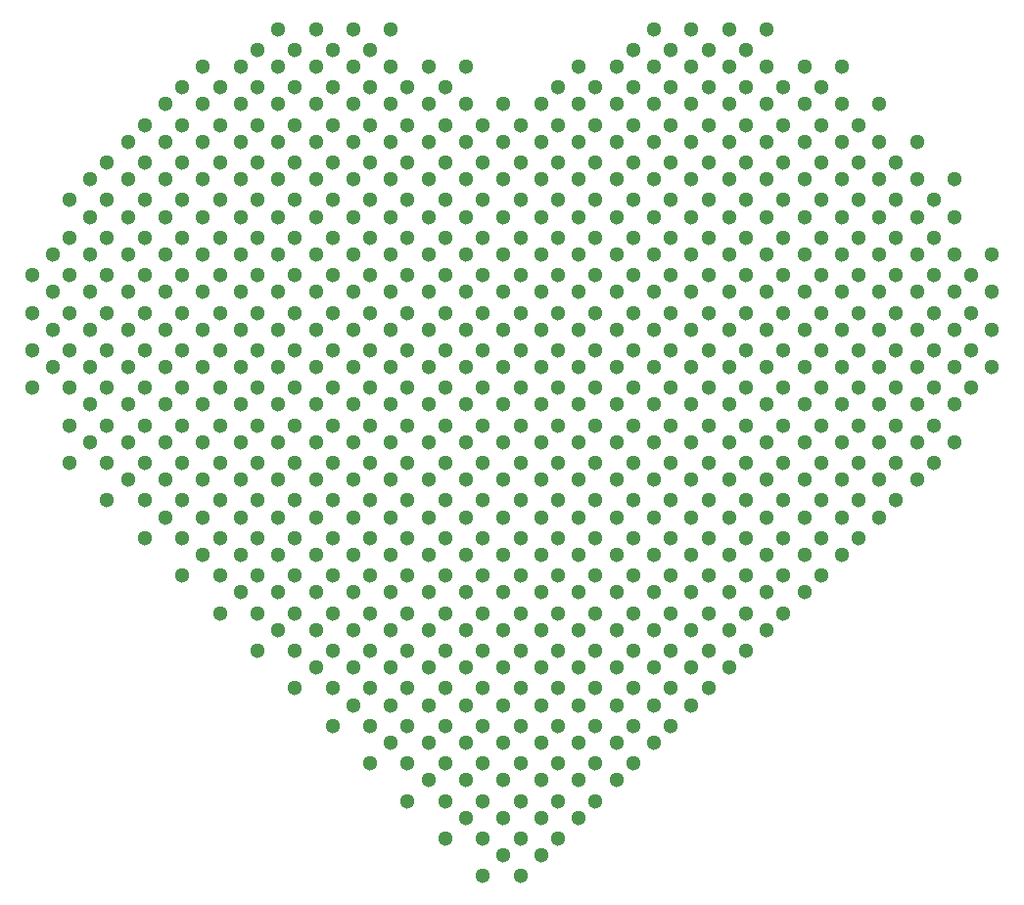
<source format=gbs>
G04 Layer_Color=16711935*
%FSLAX44Y44*%
%MOMM*%
G71*
G01*
G75*
%ADD14C,1.3000*%
D14*
X2103520Y1453520D02*
D03*
X2121480Y1471480D02*
D03*
X2136020Y1388520D02*
D03*
X2168520D02*
D03*
X2153980Y1406480D02*
D03*
X2168520Y1356020D02*
D03*
X2233520Y1291020D02*
D03*
X2298520Y1226020D02*
D03*
X2331020D02*
D03*
X2331020Y1193520D02*
D03*
X2348980Y1211480D02*
D03*
X2363520Y1161020D02*
D03*
X2396020D02*
D03*
X2381480Y1178980D02*
D03*
X2413980D02*
D03*
Y1146480D02*
D03*
X2396020Y1128520D02*
D03*
X2428520Y1096020D02*
D03*
X2461020D02*
D03*
X2446480Y1113980D02*
D03*
X2461020Y1063520D02*
D03*
X2493520Y1031020D02*
D03*
X2526020D02*
D03*
X2511480Y1048980D02*
D03*
X2543980D02*
D03*
X2608980Y1113980D02*
D03*
X2656020Y1161020D02*
D03*
X2673980Y1178980D02*
D03*
X2721020Y1226020D02*
D03*
X2786020Y1291020D02*
D03*
X2836480Y1341480D02*
D03*
X2851020Y1356020D02*
D03*
X2901480Y1406480D02*
D03*
Y1438980D02*
D03*
X2916020Y1453520D02*
D03*
X2901480Y1471480D02*
D03*
X2933980D02*
D03*
X2916020Y1486020D02*
D03*
Y1518520D02*
D03*
X2901480Y1503980D02*
D03*
X2933980D02*
D03*
Y1536480D02*
D03*
X2916020Y1551020D02*
D03*
X2901480Y1536480D02*
D03*
Y1568980D02*
D03*
X2933980D02*
D03*
X2901480Y1601480D02*
D03*
Y1633980D02*
D03*
X2868980Y1666480D02*
D03*
X2836480D02*
D03*
Y1698980D02*
D03*
Y1633980D02*
D03*
X2851020Y1648520D02*
D03*
Y1616020D02*
D03*
X2836480Y1601480D02*
D03*
X2868980D02*
D03*
X2883520Y1616020D02*
D03*
X2868980Y1633980D02*
D03*
X2883520Y1583520D02*
D03*
X2868980Y1568980D02*
D03*
X2851020Y1583520D02*
D03*
X2836480Y1568980D02*
D03*
X2851020Y1551020D02*
D03*
X2836480Y1536480D02*
D03*
X2868980D02*
D03*
X2883520Y1551020D02*
D03*
Y1518520D02*
D03*
X2868980Y1503980D02*
D03*
X2883520Y1486020D02*
D03*
X2851020D02*
D03*
Y1518520D02*
D03*
X2836480Y1503980D02*
D03*
Y1471480D02*
D03*
X2851020Y1453520D02*
D03*
X2836480Y1438980D02*
D03*
X2851020Y1421020D02*
D03*
X2883520D02*
D03*
X2868980Y1438980D02*
D03*
X2883520Y1453520D02*
D03*
X2868980Y1471480D02*
D03*
Y1406480D02*
D03*
X2883520Y1388520D02*
D03*
X2868980Y1373980D02*
D03*
X2851020Y1388520D02*
D03*
X2836480Y1373980D02*
D03*
Y1406480D02*
D03*
X2818520Y1421020D02*
D03*
Y1453520D02*
D03*
X2803980Y1438980D02*
D03*
X2786020Y1453520D02*
D03*
Y1421020D02*
D03*
X2803980Y1471480D02*
D03*
Y1406480D02*
D03*
X2818520Y1388520D02*
D03*
X2803980Y1373980D02*
D03*
X2786020Y1388520D02*
D03*
Y1356020D02*
D03*
Y1323520D02*
D03*
X2818520D02*
D03*
X2803980Y1308980D02*
D03*
Y1341480D02*
D03*
X2818520Y1356020D02*
D03*
X2771480Y1373980D02*
D03*
X2753520Y1388520D02*
D03*
X2738980Y1373980D02*
D03*
X2721020Y1388520D02*
D03*
X2738980Y1406480D02*
D03*
X2771480D02*
D03*
Y1341480D02*
D03*
X2753520Y1356020D02*
D03*
X2738980Y1341480D02*
D03*
X2721020Y1356020D02*
D03*
Y1323520D02*
D03*
X2753520D02*
D03*
X2738980Y1308980D02*
D03*
X2771480D02*
D03*
Y1276480D02*
D03*
X2753520Y1291020D02*
D03*
X2738980Y1276480D02*
D03*
X2721020Y1291020D02*
D03*
Y1258520D02*
D03*
X2753520D02*
D03*
X2738980Y1243980D02*
D03*
X2706480Y1308980D02*
D03*
X2688520Y1323520D02*
D03*
X2673980Y1308980D02*
D03*
X2656020Y1323520D02*
D03*
Y1356020D02*
D03*
X2673980Y1341480D02*
D03*
X2688520Y1356020D02*
D03*
X2706480Y1341480D02*
D03*
Y1276480D02*
D03*
X2688520Y1291020D02*
D03*
X2673980Y1276480D02*
D03*
X2656020Y1291020D02*
D03*
Y1258520D02*
D03*
X2688520D02*
D03*
X2673980Y1243980D02*
D03*
X2706480D02*
D03*
Y1211480D02*
D03*
X2688520Y1226020D02*
D03*
X2673980Y1211480D02*
D03*
X2656020Y1226020D02*
D03*
Y1193520D02*
D03*
X2688520D02*
D03*
X2641480Y1243980D02*
D03*
X2623520Y1258520D02*
D03*
X2608980Y1243980D02*
D03*
Y1276480D02*
D03*
X2623520Y1291020D02*
D03*
X2641480Y1276480D02*
D03*
Y1211480D02*
D03*
X2608980D02*
D03*
X2623520Y1226020D02*
D03*
X2623520Y1193520D02*
D03*
X2608980Y1178980D02*
D03*
X2623520Y1161020D02*
D03*
X2608980Y1146480D02*
D03*
X2623520Y1128520D02*
D03*
X2641480Y1146480D02*
D03*
Y1178980D02*
D03*
X2591020Y1193520D02*
D03*
Y1226020D02*
D03*
X2576480Y1211480D02*
D03*
X2543980D02*
D03*
X2558520Y1226020D02*
D03*
Y1193520D02*
D03*
X2543980Y1178980D02*
D03*
X2558520Y1161020D02*
D03*
X2543980Y1146480D02*
D03*
X2558520Y1128520D02*
D03*
X2591020D02*
D03*
Y1161020D02*
D03*
X2576480Y1146480D02*
D03*
Y1178980D02*
D03*
Y1113980D02*
D03*
X2543980D02*
D03*
X2558520Y1096020D02*
D03*
X2543980Y1081480D02*
D03*
X2558520Y1063520D02*
D03*
X2576480Y1081480D02*
D03*
X2591020Y1096020D02*
D03*
X2526020Y1128520D02*
D03*
Y1161020D02*
D03*
X2511480Y1146480D02*
D03*
X2478980D02*
D03*
X2493520Y1161020D02*
D03*
X2478980Y1178980D02*
D03*
X2511480D02*
D03*
X2493520Y1128520D02*
D03*
X2478980Y1113980D02*
D03*
X2493520Y1096020D02*
D03*
X2478980Y1081480D02*
D03*
X2493520Y1063520D02*
D03*
X2526020D02*
D03*
Y1096020D02*
D03*
X2511480Y1081480D02*
D03*
Y1113980D02*
D03*
X2461020Y1128520D02*
D03*
Y1161020D02*
D03*
X2446480Y1146480D02*
D03*
X2428520Y1161020D02*
D03*
Y1128520D02*
D03*
X2446480Y1178980D02*
D03*
X2493520Y1193520D02*
D03*
X2478980Y1211480D02*
D03*
X2493520Y1226020D02*
D03*
X2526020D02*
D03*
X2511480Y1211480D02*
D03*
X2526020Y1193520D02*
D03*
X2543980Y1243980D02*
D03*
X2558520Y1258520D02*
D03*
Y1291020D02*
D03*
X2543980Y1276480D02*
D03*
X2576480D02*
D03*
X2591020Y1291020D02*
D03*
Y1258520D02*
D03*
X2576480Y1243980D02*
D03*
X2608980Y1308980D02*
D03*
X2623520Y1323520D02*
D03*
Y1356020D02*
D03*
X2608980Y1341480D02*
D03*
X2641480D02*
D03*
Y1308980D02*
D03*
X2656020Y1388520D02*
D03*
X2688520D02*
D03*
X2673980Y1373980D02*
D03*
Y1406480D02*
D03*
X2706480D02*
D03*
Y1373980D02*
D03*
X2721020Y1421020D02*
D03*
Y1453520D02*
D03*
X2753520D02*
D03*
X2738980Y1438980D02*
D03*
Y1471480D02*
D03*
X2771480D02*
D03*
Y1438980D02*
D03*
X2753520Y1421020D02*
D03*
X2786020Y1486020D02*
D03*
Y1518520D02*
D03*
X2818520D02*
D03*
X2803980Y1503980D02*
D03*
X2818520Y1486020D02*
D03*
Y1551020D02*
D03*
X2803980Y1536480D02*
D03*
X2786020Y1551020D02*
D03*
Y1583520D02*
D03*
X2803980Y1568980D02*
D03*
X2818520Y1583520D02*
D03*
Y1616020D02*
D03*
X2803980Y1601480D02*
D03*
X2786020Y1616020D02*
D03*
Y1648520D02*
D03*
X2803980Y1633980D02*
D03*
X2818520Y1648520D02*
D03*
Y1681020D02*
D03*
X2803980Y1666480D02*
D03*
X2786020Y1681020D02*
D03*
X2803980Y1698980D02*
D03*
X2786020Y1713520D02*
D03*
X2803980Y1731480D02*
D03*
X2771480D02*
D03*
X2738980D02*
D03*
X2721020Y1746020D02*
D03*
Y1713520D02*
D03*
X2753520D02*
D03*
X2738980Y1763980D02*
D03*
Y1698980D02*
D03*
X2753520Y1681020D02*
D03*
X2738980Y1666480D02*
D03*
X2721020Y1681020D02*
D03*
X2771480Y1666480D02*
D03*
Y1698980D02*
D03*
Y1633980D02*
D03*
X2753520Y1648520D02*
D03*
X2738980Y1633980D02*
D03*
X2721020Y1648520D02*
D03*
Y1616020D02*
D03*
X2753520D02*
D03*
X2738980Y1601480D02*
D03*
X2771480D02*
D03*
Y1568980D02*
D03*
X2753520Y1583520D02*
D03*
X2738980Y1568980D02*
D03*
X2721020Y1583520D02*
D03*
Y1551020D02*
D03*
X2753520D02*
D03*
X2738980Y1536480D02*
D03*
X2771480D02*
D03*
Y1503980D02*
D03*
X2753520Y1518520D02*
D03*
X2738980Y1503980D02*
D03*
X2721020Y1518520D02*
D03*
Y1486020D02*
D03*
X2753520D02*
D03*
X2706480Y1536480D02*
D03*
X2688520Y1551020D02*
D03*
X2673980Y1536480D02*
D03*
X2656020Y1551020D02*
D03*
Y1583520D02*
D03*
X2673980Y1568980D02*
D03*
X2688520Y1583520D02*
D03*
X2706480Y1568980D02*
D03*
Y1503980D02*
D03*
X2688520Y1518520D02*
D03*
X2673980Y1503980D02*
D03*
X2656020Y1518520D02*
D03*
Y1486020D02*
D03*
X2688520D02*
D03*
X2673980Y1471480D02*
D03*
X2688520Y1453520D02*
D03*
X2673980Y1438980D02*
D03*
X2656020Y1453520D02*
D03*
Y1421020D02*
D03*
X2688520D02*
D03*
X2706480Y1438980D02*
D03*
Y1471480D02*
D03*
X2623520Y1486020D02*
D03*
Y1518520D02*
D03*
X2608980Y1503980D02*
D03*
X2641480D02*
D03*
Y1471480D02*
D03*
X2608980D02*
D03*
X2623520Y1453520D02*
D03*
X2608980Y1438980D02*
D03*
X2623520Y1421020D02*
D03*
X2641480Y1438980D02*
D03*
Y1406480D02*
D03*
X2608980D02*
D03*
X2623520Y1388520D02*
D03*
X2608980Y1373980D02*
D03*
X2641480D02*
D03*
X2591020Y1421020D02*
D03*
Y1453520D02*
D03*
X2576480Y1438980D02*
D03*
X2543980D02*
D03*
X2558520Y1453520D02*
D03*
X2543980Y1471480D02*
D03*
X2576480D02*
D03*
X2558520Y1421020D02*
D03*
X2543980Y1406480D02*
D03*
X2558520Y1388520D02*
D03*
X2543980Y1373980D02*
D03*
X2576480D02*
D03*
X2591020Y1388520D02*
D03*
X2576480Y1406480D02*
D03*
Y1341480D02*
D03*
X2591020Y1356020D02*
D03*
Y1323520D02*
D03*
X2576480Y1308980D02*
D03*
X2543980D02*
D03*
X2558520Y1323520D02*
D03*
Y1356020D02*
D03*
X2543980Y1341480D02*
D03*
X2526020Y1388520D02*
D03*
X2511480Y1373980D02*
D03*
X2478980D02*
D03*
X2493520Y1388520D02*
D03*
X2478980Y1406480D02*
D03*
X2511480D02*
D03*
Y1341480D02*
D03*
X2526020Y1356020D02*
D03*
Y1323520D02*
D03*
X2511480Y1308980D02*
D03*
X2478980D02*
D03*
X2493520Y1323520D02*
D03*
Y1356020D02*
D03*
X2478980Y1341480D02*
D03*
X2493520Y1291020D02*
D03*
X2478980Y1276480D02*
D03*
X2493520Y1258520D02*
D03*
X2478980Y1243980D02*
D03*
X2511480D02*
D03*
X2526020Y1258520D02*
D03*
Y1291020D02*
D03*
X2511480Y1276480D02*
D03*
X2461020Y1323520D02*
D03*
X2446480Y1308980D02*
D03*
X2428520Y1323520D02*
D03*
Y1356020D02*
D03*
X2446480Y1341480D02*
D03*
X2461020Y1356020D02*
D03*
Y1291020D02*
D03*
X2446480Y1276480D02*
D03*
X2428520Y1291020D02*
D03*
Y1258520D02*
D03*
X2461020D02*
D03*
X2446480Y1243980D02*
D03*
X2461020Y1226020D02*
D03*
X2446480Y1211480D02*
D03*
X2428520Y1226020D02*
D03*
Y1193520D02*
D03*
X2461020D02*
D03*
X2413980Y1243980D02*
D03*
X2396020Y1258520D02*
D03*
X2381480Y1243980D02*
D03*
X2363520Y1258520D02*
D03*
Y1291020D02*
D03*
X2381480Y1276480D02*
D03*
X2396020Y1291020D02*
D03*
X2413980Y1276480D02*
D03*
Y1211480D02*
D03*
X2381480D02*
D03*
X2396020Y1226020D02*
D03*
X2363520D02*
D03*
Y1193520D02*
D03*
X2396020D02*
D03*
X2348980Y1243980D02*
D03*
X2331020Y1258520D02*
D03*
X2316480Y1243980D02*
D03*
Y1276480D02*
D03*
X2331020Y1291020D02*
D03*
X2348980Y1276480D02*
D03*
X2363520Y1323520D02*
D03*
Y1356020D02*
D03*
X2381480Y1341480D02*
D03*
X2396020Y1356020D02*
D03*
Y1323520D02*
D03*
X2381480Y1308980D02*
D03*
X2413980D02*
D03*
Y1341480D02*
D03*
X2428520Y1388520D02*
D03*
X2461020D02*
D03*
X2446480Y1373980D02*
D03*
Y1406480D02*
D03*
X2493520Y1421020D02*
D03*
X2478980Y1438980D02*
D03*
X2493520Y1453520D02*
D03*
X2478980Y1471480D02*
D03*
X2511480D02*
D03*
X2526020Y1453520D02*
D03*
X2511480Y1438980D02*
D03*
X2526020Y1421020D02*
D03*
X2558520Y1486020D02*
D03*
X2543980Y1503980D02*
D03*
X2558520Y1518520D02*
D03*
X2591020D02*
D03*
X2576480Y1503980D02*
D03*
X2591020Y1486020D02*
D03*
X2608980Y1536480D02*
D03*
X2623520Y1551020D02*
D03*
Y1583520D02*
D03*
X2608980Y1568980D02*
D03*
X2641480D02*
D03*
Y1536480D02*
D03*
X2656020Y1616020D02*
D03*
Y1648520D02*
D03*
X2673980Y1633980D02*
D03*
X2688520Y1648520D02*
D03*
Y1616020D02*
D03*
X2673980Y1601480D02*
D03*
X2706480D02*
D03*
Y1633980D02*
D03*
Y1666480D02*
D03*
X2688520Y1681020D02*
D03*
X2673980Y1666480D02*
D03*
X2656020Y1681020D02*
D03*
X2673980Y1698980D02*
D03*
X2706480D02*
D03*
X2688520Y1713520D02*
D03*
Y1746020D02*
D03*
X2673980Y1731480D02*
D03*
X2656020Y1746020D02*
D03*
Y1713520D02*
D03*
X2673980Y1763980D02*
D03*
X2706480D02*
D03*
Y1731480D02*
D03*
X2641480D02*
D03*
X2623520Y1746020D02*
D03*
X2608980Y1731480D02*
D03*
X2623520Y1713520D02*
D03*
X2641480Y1763980D02*
D03*
Y1698980D02*
D03*
X2608980D02*
D03*
X2623520Y1681020D02*
D03*
X2608980Y1666480D02*
D03*
X2641480D02*
D03*
Y1633980D02*
D03*
X2623520Y1648520D02*
D03*
X2608980Y1633980D02*
D03*
X2623520Y1616020D02*
D03*
X2608980Y1601480D02*
D03*
X2641480D02*
D03*
X2591020Y1681020D02*
D03*
X2576480Y1666480D02*
D03*
X2543980D02*
D03*
X2558520Y1681020D02*
D03*
X2543980Y1698980D02*
D03*
X2576480D02*
D03*
Y1633980D02*
D03*
X2591020Y1648520D02*
D03*
Y1616020D02*
D03*
X2576480Y1601480D02*
D03*
X2543980D02*
D03*
X2558520Y1616020D02*
D03*
Y1648520D02*
D03*
X2543980Y1633980D02*
D03*
X2558520Y1583520D02*
D03*
X2543980Y1568980D02*
D03*
X2558520Y1551020D02*
D03*
X2543980Y1536480D02*
D03*
X2576480D02*
D03*
X2591020Y1551020D02*
D03*
Y1583520D02*
D03*
X2576480Y1568980D02*
D03*
X2526020Y1616020D02*
D03*
X2511480Y1601480D02*
D03*
X2478980D02*
D03*
X2493520Y1616020D02*
D03*
Y1648520D02*
D03*
X2478980Y1633980D02*
D03*
X2511480D02*
D03*
X2526020Y1648520D02*
D03*
Y1583520D02*
D03*
X2511480Y1568980D02*
D03*
X2493520Y1583520D02*
D03*
X2478980Y1568980D02*
D03*
X2493520Y1551020D02*
D03*
X2478980Y1536480D02*
D03*
X2511480D02*
D03*
X2526020Y1551020D02*
D03*
Y1518520D02*
D03*
X2511480Y1503980D02*
D03*
X2478980D02*
D03*
X2493520Y1518520D02*
D03*
Y1486020D02*
D03*
X2526020D02*
D03*
X2461020Y1551020D02*
D03*
X2446480Y1536480D02*
D03*
X2428520Y1551020D02*
D03*
Y1583520D02*
D03*
X2446480Y1568980D02*
D03*
X2461020Y1583520D02*
D03*
Y1518520D02*
D03*
X2446480Y1503980D02*
D03*
X2428520Y1518520D02*
D03*
Y1486020D02*
D03*
X2461020D02*
D03*
X2446480Y1471480D02*
D03*
X2461020Y1453520D02*
D03*
X2446480Y1438980D02*
D03*
X2428520Y1453520D02*
D03*
Y1421020D02*
D03*
X2461020D02*
D03*
X2396020Y1486020D02*
D03*
Y1518520D02*
D03*
X2381480Y1503980D02*
D03*
X2363520Y1518520D02*
D03*
Y1486020D02*
D03*
X2413980Y1503980D02*
D03*
Y1471480D02*
D03*
X2381480D02*
D03*
X2396020Y1453520D02*
D03*
X2381480Y1438980D02*
D03*
X2363520Y1453520D02*
D03*
Y1421020D02*
D03*
X2396020D02*
D03*
X2413980Y1438980D02*
D03*
Y1406480D02*
D03*
X2381480D02*
D03*
X2396020Y1388520D02*
D03*
X2381480Y1373980D02*
D03*
X2363520Y1388520D02*
D03*
X2413980Y1373980D02*
D03*
X2331020Y1421020D02*
D03*
Y1453520D02*
D03*
X2316480Y1438980D02*
D03*
Y1471480D02*
D03*
X2348980D02*
D03*
Y1438980D02*
D03*
Y1406480D02*
D03*
X2316480D02*
D03*
X2331020Y1388520D02*
D03*
X2316480Y1373980D02*
D03*
X2348980D02*
D03*
Y1341480D02*
D03*
X2331020Y1356020D02*
D03*
X2316480Y1341480D02*
D03*
X2331020Y1323520D02*
D03*
X2316480Y1308980D02*
D03*
X2348980D02*
D03*
X2298520Y1388520D02*
D03*
X2283980Y1373980D02*
D03*
X2251480D02*
D03*
X2266020Y1388520D02*
D03*
X2251480Y1406480D02*
D03*
X2283980D02*
D03*
Y1341480D02*
D03*
X2298520Y1356020D02*
D03*
Y1323520D02*
D03*
X2283980Y1308980D02*
D03*
X2251480D02*
D03*
X2266020Y1323520D02*
D03*
Y1356020D02*
D03*
X2251480Y1341480D02*
D03*
X2266020Y1291020D02*
D03*
Y1258520D02*
D03*
X2298520D02*
D03*
Y1291020D02*
D03*
X2283980Y1276480D02*
D03*
X2233520Y1323520D02*
D03*
Y1356020D02*
D03*
X2218980Y1341480D02*
D03*
X2201020Y1356020D02*
D03*
Y1323520D02*
D03*
X2186480Y1373980D02*
D03*
X2201020Y1388520D02*
D03*
X2186480Y1406480D02*
D03*
X2218980D02*
D03*
X2233520Y1388520D02*
D03*
X2218980Y1373980D02*
D03*
X2266020Y1421020D02*
D03*
X2251480Y1438980D02*
D03*
X2266020Y1453520D02*
D03*
X2251480Y1471480D02*
D03*
X2283980D02*
D03*
X2298520Y1453520D02*
D03*
X2283980Y1438980D02*
D03*
X2298520Y1421020D02*
D03*
X2331020Y1486020D02*
D03*
Y1518520D02*
D03*
X2316480Y1503980D02*
D03*
X2348980D02*
D03*
X2363520Y1551020D02*
D03*
Y1583520D02*
D03*
X2381480Y1568980D02*
D03*
X2396020Y1583520D02*
D03*
Y1551020D02*
D03*
X2381480Y1536480D02*
D03*
X2413980D02*
D03*
Y1568980D02*
D03*
X2428520Y1616020D02*
D03*
Y1648520D02*
D03*
X2446480Y1633980D02*
D03*
X2461020Y1648520D02*
D03*
Y1616020D02*
D03*
X2446480Y1601480D02*
D03*
X2478980Y1666480D02*
D03*
X2493520Y1681020D02*
D03*
X2478980Y1698980D02*
D03*
X2511480D02*
D03*
X2526020Y1681020D02*
D03*
X2511480Y1666480D02*
D03*
X2558520Y1713520D02*
D03*
X2591020D02*
D03*
X2576480Y1731480D02*
D03*
X2478980D02*
D03*
X2446480D02*
D03*
X2461020Y1713520D02*
D03*
X2428520D02*
D03*
Y1681020D02*
D03*
X2461020D02*
D03*
X2446480Y1666480D02*
D03*
Y1698980D02*
D03*
X2396020Y1713520D02*
D03*
Y1746020D02*
D03*
X2381480Y1731480D02*
D03*
X2363520Y1746020D02*
D03*
Y1713520D02*
D03*
X2381480Y1763980D02*
D03*
X2413980D02*
D03*
Y1731480D02*
D03*
Y1698980D02*
D03*
X2381480D02*
D03*
X2396020Y1681020D02*
D03*
X2381480Y1666480D02*
D03*
X2363520Y1681020D02*
D03*
X2413980Y1666480D02*
D03*
Y1633980D02*
D03*
X2396020Y1648520D02*
D03*
X2381480Y1633980D02*
D03*
X2363520Y1648520D02*
D03*
Y1616020D02*
D03*
X2396020D02*
D03*
X2381480Y1601480D02*
D03*
X2413980D02*
D03*
X2348980Y1666480D02*
D03*
X2331020Y1681020D02*
D03*
X2316480Y1666480D02*
D03*
Y1698980D02*
D03*
X2348980D02*
D03*
X2348980Y1633980D02*
D03*
X2331020Y1648520D02*
D03*
X2316480Y1633980D02*
D03*
X2331020Y1616020D02*
D03*
X2316480Y1601480D02*
D03*
X2348980D02*
D03*
Y1568980D02*
D03*
X2331020Y1583520D02*
D03*
X2316480Y1568980D02*
D03*
X2331020Y1551020D02*
D03*
X2316480Y1536480D02*
D03*
X2348980D02*
D03*
X2298520Y1616020D02*
D03*
X2283980Y1601480D02*
D03*
X2251480D02*
D03*
X2266020Y1616020D02*
D03*
Y1648520D02*
D03*
X2251480Y1633980D02*
D03*
X2283980D02*
D03*
X2298520Y1648520D02*
D03*
Y1583520D02*
D03*
X2283980Y1568980D02*
D03*
X2266020Y1583520D02*
D03*
X2251480Y1568980D02*
D03*
X2266020Y1551020D02*
D03*
X2251480Y1536480D02*
D03*
X2283980D02*
D03*
X2298520Y1551020D02*
D03*
Y1518520D02*
D03*
X2283980Y1503980D02*
D03*
X2251480D02*
D03*
X2266020Y1518520D02*
D03*
Y1486020D02*
D03*
X2298520D02*
D03*
X2233520Y1551020D02*
D03*
X2218980Y1536480D02*
D03*
X2186480D02*
D03*
X2201020Y1551020D02*
D03*
Y1583520D02*
D03*
X2186480Y1568980D02*
D03*
X2218980D02*
D03*
X2233520Y1583520D02*
D03*
Y1518520D02*
D03*
X2218980Y1503980D02*
D03*
X2186480D02*
D03*
X2201020Y1518520D02*
D03*
Y1486020D02*
D03*
X2233520D02*
D03*
X2218980Y1471480D02*
D03*
X2186480D02*
D03*
X2201020Y1453520D02*
D03*
X2186480Y1438980D02*
D03*
X2201020Y1421020D02*
D03*
X2233520D02*
D03*
Y1453520D02*
D03*
X2218980Y1438980D02*
D03*
X2168520Y1486020D02*
D03*
Y1518520D02*
D03*
X2153980Y1503980D02*
D03*
X2136020Y1518520D02*
D03*
Y1486020D02*
D03*
Y1453520D02*
D03*
X2168520D02*
D03*
X2153980Y1438980D02*
D03*
Y1471480D02*
D03*
X2168520Y1421020D02*
D03*
X2136020D02*
D03*
X2103520Y1486020D02*
D03*
Y1518520D02*
D03*
X2121480Y1503980D02*
D03*
X2136020Y1551020D02*
D03*
Y1583520D02*
D03*
X2153980Y1568980D02*
D03*
X2168520Y1583520D02*
D03*
Y1551020D02*
D03*
X2153980Y1536480D02*
D03*
X2186480Y1601480D02*
D03*
X2201020Y1616020D02*
D03*
Y1648520D02*
D03*
X2186480Y1633980D02*
D03*
X2218980D02*
D03*
X2233520Y1648520D02*
D03*
X2233520Y1616020D02*
D03*
X2218980Y1601480D02*
D03*
X2251480Y1666480D02*
D03*
X2266020Y1681020D02*
D03*
X2251480Y1698980D02*
D03*
X2283980D02*
D03*
X2298520Y1681020D02*
D03*
X2283980Y1666480D02*
D03*
X2331020Y1713520D02*
D03*
Y1746020D02*
D03*
X2316480Y1731480D02*
D03*
Y1763980D02*
D03*
X2348980D02*
D03*
Y1731480D02*
D03*
X2298520Y1746020D02*
D03*
X2283980Y1731480D02*
D03*
X2251480D02*
D03*
X2266020Y1713520D02*
D03*
X2298520D02*
D03*
X2233520D02*
D03*
X2218980Y1698980D02*
D03*
X2233520Y1681020D02*
D03*
X2218980Y1666480D02*
D03*
X2186480D02*
D03*
X2201020Y1681020D02*
D03*
X2168520Y1648520D02*
D03*
X2153980Y1633980D02*
D03*
X2168520Y1616020D02*
D03*
X2153980Y1601480D02*
D03*
X2136020Y1616020D02*
D03*
X2121480Y1568980D02*
D03*
Y1536480D02*
D03*
X2103520Y1551020D02*
D03*
M02*

</source>
